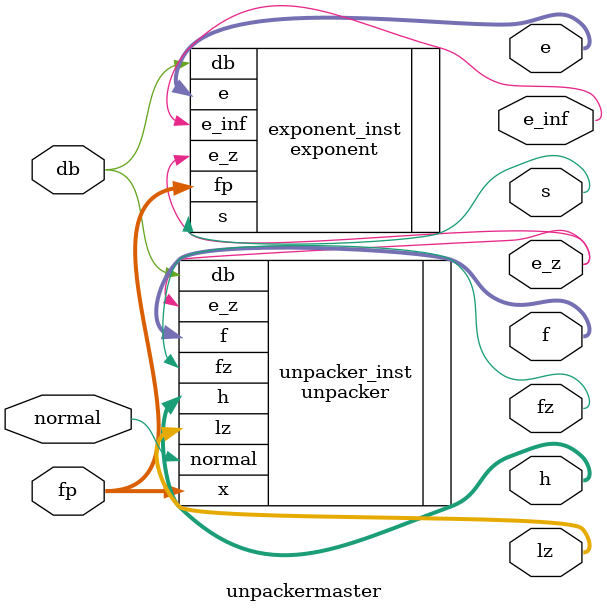
<source format=sv>
module unpackermaster(
    input [63:0] fp,
    input db,
    input normal,
    output reg         e_inf,
    output reg         e_z,
    output reg [10:0]  e,
    output reg s,
    output reg [5:0] lz,
    output reg [52:0] f,
    output reg fz,
    output reg [51:0] h  
);

exponent exponent_inst(
    .fp(fp),
    .db(db),
    .e_inf(e_inf),
    .e_z(e_z),
    .e(e),
    .s(s)
);

unpacker unpacker_inst(
    .db(db),
    .x(fp),
    .e_z(e_z),
    .normal(normal),
    .lz(lz),
    .f(f),
    .fz(fz),
    .h(h)
);


endmodule
</source>
